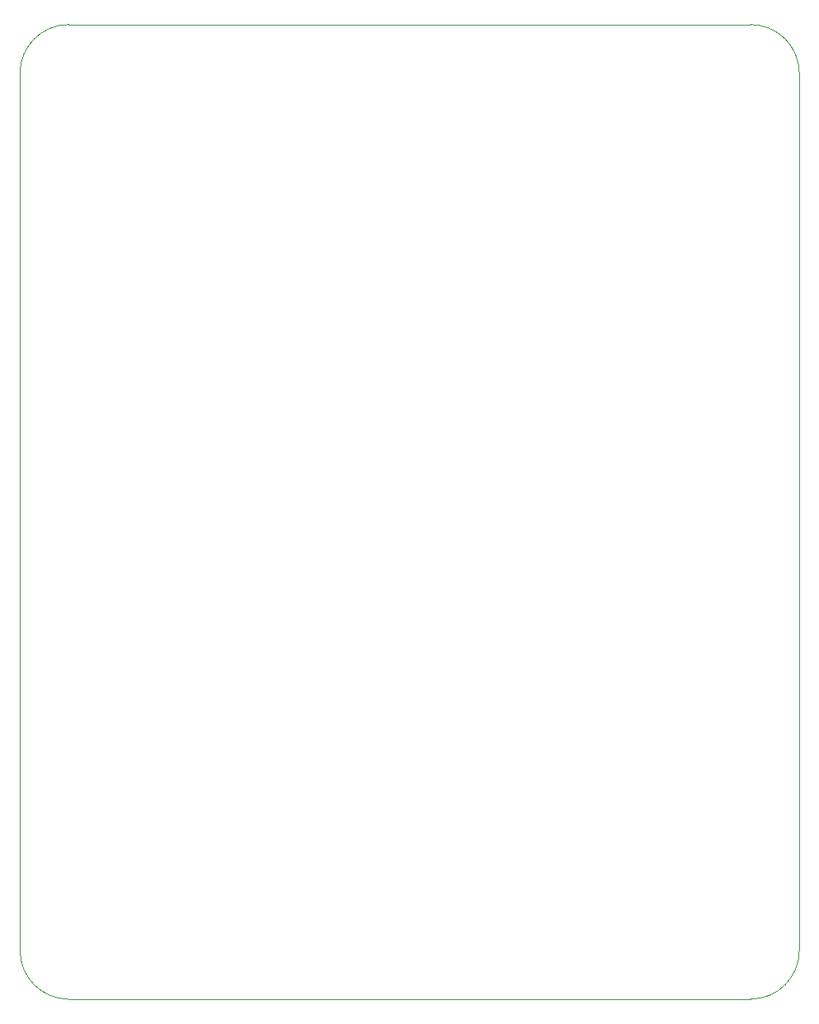
<source format=gko>
G04*
G04 #@! TF.GenerationSoftware,Altium Limited,Altium Designer,22.10.1 (41)*
G04*
G04 Layer_Color=16711935*
%FSLAX43Y43*%
%MOMM*%
G71*
G04*
G04 #@! TF.SameCoordinates,8BFF45E1-3A9E-4B14-93B6-BC7C2D9919BF*
G04*
G04*
G04 #@! TF.FilePolarity,Positive*
G04*
G01*
G75*
%ADD94C,0.100*%
D94*
X40000Y45003D02*
G03*
X35000Y50000I-5000J-3D01*
G01*
X-35003Y50000D02*
G03*
X-40000Y45000I3J-5000D01*
G01*
Y-45003D02*
G03*
X-35000Y-50000I5000J3D01*
G01*
X35003D02*
G03*
X40000Y-45000I-3J5000D01*
G01*
X40000Y-45000D02*
Y45000D01*
X-35002Y50000D02*
X35000D01*
X-40000Y-45000D02*
Y45002D01*
X-35000Y-50000D02*
X35000D01*
M02*

</source>
